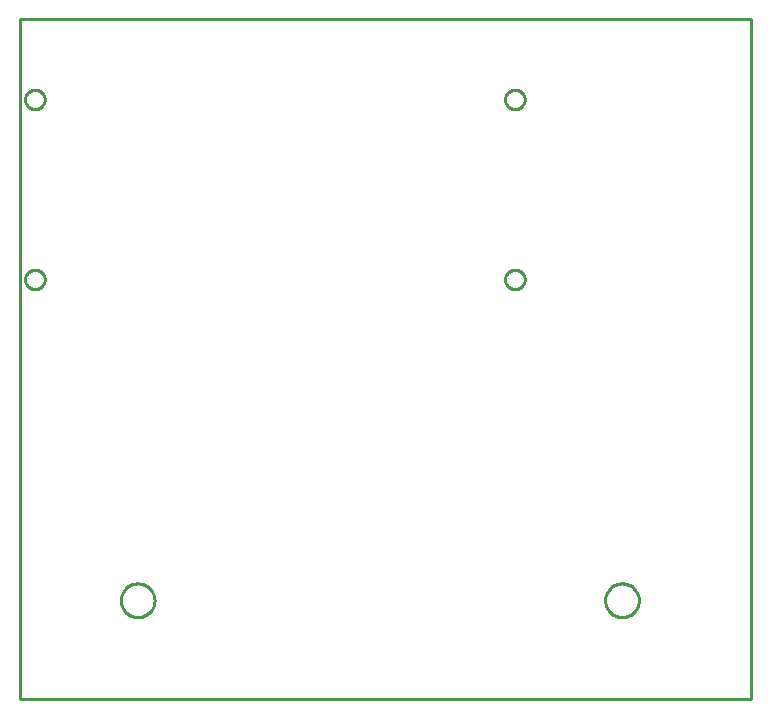
<source format=gbr>
G04 EAGLE Gerber X2 export*
%TF.Part,Single*%
%TF.FileFunction,Profile,NP*%
%TF.FilePolarity,Positive*%
%TF.GenerationSoftware,Autodesk,EAGLE,9.1.3*%
%TF.CreationDate,2020-03-05T03:51:44Z*%
G75*
%MOMM*%
%FSLAX34Y34*%
%LPD*%
%AMOC8*
5,1,8,0,0,1.08239X$1,22.5*%
G01*
%ADD10C,0.254000*%


D10*
X0Y-127000D02*
X619000Y-127000D01*
X619000Y449480D01*
X0Y449480D01*
X0Y-127000D01*
X419506Y236855D02*
X420313Y236776D01*
X421108Y236617D01*
X421884Y236382D01*
X422634Y236071D01*
X423349Y235689D01*
X424023Y235238D01*
X424650Y234724D01*
X425224Y234150D01*
X425738Y233523D01*
X426189Y232849D01*
X426571Y232134D01*
X426882Y231384D01*
X427117Y230608D01*
X427276Y229813D01*
X427355Y229006D01*
X427355Y228194D01*
X427276Y227387D01*
X427117Y226592D01*
X426882Y225816D01*
X426571Y225066D01*
X426189Y224351D01*
X425738Y223677D01*
X425224Y223050D01*
X424650Y222476D01*
X424023Y221962D01*
X423349Y221511D01*
X422634Y221129D01*
X421884Y220818D01*
X421108Y220583D01*
X420313Y220425D01*
X419506Y220345D01*
X418694Y220345D01*
X417887Y220425D01*
X417092Y220583D01*
X416316Y220818D01*
X415566Y221129D01*
X414851Y221511D01*
X414177Y221962D01*
X413550Y222476D01*
X412976Y223050D01*
X412462Y223677D01*
X412011Y224351D01*
X411629Y225066D01*
X411318Y225816D01*
X411083Y226592D01*
X410925Y227387D01*
X410845Y228194D01*
X410845Y229006D01*
X410925Y229813D01*
X411083Y230608D01*
X411318Y231384D01*
X411629Y232134D01*
X412011Y232849D01*
X412462Y233523D01*
X412976Y234150D01*
X413550Y234724D01*
X414177Y235238D01*
X414851Y235689D01*
X415566Y236071D01*
X416316Y236382D01*
X417092Y236617D01*
X417887Y236776D01*
X418694Y236855D01*
X419506Y236855D01*
X419506Y389255D02*
X420313Y389176D01*
X421108Y389017D01*
X421884Y388782D01*
X422634Y388471D01*
X423349Y388089D01*
X424023Y387638D01*
X424650Y387124D01*
X425224Y386550D01*
X425738Y385923D01*
X426189Y385249D01*
X426571Y384534D01*
X426882Y383784D01*
X427117Y383008D01*
X427276Y382213D01*
X427355Y381406D01*
X427355Y380594D01*
X427276Y379787D01*
X427117Y378992D01*
X426882Y378216D01*
X426571Y377466D01*
X426189Y376751D01*
X425738Y376077D01*
X425224Y375450D01*
X424650Y374876D01*
X424023Y374362D01*
X423349Y373911D01*
X422634Y373529D01*
X421884Y373218D01*
X421108Y372983D01*
X420313Y372825D01*
X419506Y372745D01*
X418694Y372745D01*
X417887Y372825D01*
X417092Y372983D01*
X416316Y373218D01*
X415566Y373529D01*
X414851Y373911D01*
X414177Y374362D01*
X413550Y374876D01*
X412976Y375450D01*
X412462Y376077D01*
X412011Y376751D01*
X411629Y377466D01*
X411318Y378216D01*
X411083Y378992D01*
X410925Y379787D01*
X410845Y380594D01*
X410845Y381406D01*
X410925Y382213D01*
X411083Y383008D01*
X411318Y383784D01*
X411629Y384534D01*
X412011Y385249D01*
X412462Y385923D01*
X412976Y386550D01*
X413550Y387124D01*
X414177Y387638D01*
X414851Y388089D01*
X415566Y388471D01*
X416316Y388782D01*
X417092Y389017D01*
X417887Y389176D01*
X418694Y389255D01*
X419506Y389255D01*
X13106Y389255D02*
X13913Y389176D01*
X14708Y389017D01*
X15484Y388782D01*
X16234Y388471D01*
X16949Y388089D01*
X17623Y387638D01*
X18250Y387124D01*
X18824Y386550D01*
X19338Y385923D01*
X19789Y385249D01*
X20171Y384534D01*
X20482Y383784D01*
X20717Y383008D01*
X20876Y382213D01*
X20955Y381406D01*
X20955Y380594D01*
X20876Y379787D01*
X20717Y378992D01*
X20482Y378216D01*
X20171Y377466D01*
X19789Y376751D01*
X19338Y376077D01*
X18824Y375450D01*
X18250Y374876D01*
X17623Y374362D01*
X16949Y373911D01*
X16234Y373529D01*
X15484Y373218D01*
X14708Y372983D01*
X13913Y372825D01*
X13106Y372745D01*
X12294Y372745D01*
X11487Y372825D01*
X10692Y372983D01*
X9916Y373218D01*
X9166Y373529D01*
X8451Y373911D01*
X7777Y374362D01*
X7150Y374876D01*
X6576Y375450D01*
X6062Y376077D01*
X5611Y376751D01*
X5229Y377466D01*
X4918Y378216D01*
X4683Y378992D01*
X4525Y379787D01*
X4445Y380594D01*
X4445Y381406D01*
X4525Y382213D01*
X4683Y383008D01*
X4918Y383784D01*
X5229Y384534D01*
X5611Y385249D01*
X6062Y385923D01*
X6576Y386550D01*
X7150Y387124D01*
X7777Y387638D01*
X8451Y388089D01*
X9166Y388471D01*
X9916Y388782D01*
X10692Y389017D01*
X11487Y389176D01*
X12294Y389255D01*
X13106Y389255D01*
X13106Y236855D02*
X13913Y236776D01*
X14708Y236617D01*
X15484Y236382D01*
X16234Y236071D01*
X16949Y235689D01*
X17623Y235238D01*
X18250Y234724D01*
X18824Y234150D01*
X19338Y233523D01*
X19789Y232849D01*
X20171Y232134D01*
X20482Y231384D01*
X20717Y230608D01*
X20876Y229813D01*
X20955Y229006D01*
X20955Y228194D01*
X20876Y227387D01*
X20717Y226592D01*
X20482Y225816D01*
X20171Y225066D01*
X19789Y224351D01*
X19338Y223677D01*
X18824Y223050D01*
X18250Y222476D01*
X17623Y221962D01*
X16949Y221511D01*
X16234Y221129D01*
X15484Y220818D01*
X14708Y220583D01*
X13913Y220425D01*
X13106Y220345D01*
X12294Y220345D01*
X11487Y220425D01*
X10692Y220583D01*
X9916Y220818D01*
X9166Y221129D01*
X8451Y221511D01*
X7777Y221962D01*
X7150Y222476D01*
X6576Y223050D01*
X6062Y223677D01*
X5611Y224351D01*
X5229Y225066D01*
X4918Y225816D01*
X4683Y226592D01*
X4525Y227387D01*
X4445Y228194D01*
X4445Y229006D01*
X4525Y229813D01*
X4683Y230608D01*
X4918Y231384D01*
X5229Y232134D01*
X5611Y232849D01*
X6062Y233523D01*
X6576Y234150D01*
X7150Y234724D01*
X7777Y235238D01*
X8451Y235689D01*
X9166Y236071D01*
X9916Y236382D01*
X10692Y236617D01*
X11487Y236776D01*
X12294Y236855D01*
X13106Y236855D01*
X114050Y-43609D02*
X113977Y-44624D01*
X113833Y-45632D01*
X113616Y-46626D01*
X113329Y-47603D01*
X112974Y-48557D01*
X112551Y-49483D01*
X112063Y-50376D01*
X111513Y-51232D01*
X110903Y-52047D01*
X110236Y-52816D01*
X109516Y-53536D01*
X108747Y-54203D01*
X107932Y-54813D01*
X107076Y-55363D01*
X106183Y-55851D01*
X105257Y-56274D01*
X104303Y-56629D01*
X103326Y-56916D01*
X102332Y-57133D01*
X101324Y-57277D01*
X100309Y-57350D01*
X99291Y-57350D01*
X98276Y-57277D01*
X97268Y-57133D01*
X96274Y-56916D01*
X95297Y-56629D01*
X94343Y-56274D01*
X93417Y-55851D01*
X92524Y-55363D01*
X91668Y-54813D01*
X90853Y-54203D01*
X90084Y-53536D01*
X89364Y-52816D01*
X88697Y-52047D01*
X88087Y-51232D01*
X87537Y-50376D01*
X87049Y-49483D01*
X86626Y-48557D01*
X86271Y-47603D01*
X85984Y-46626D01*
X85767Y-45632D01*
X85623Y-44624D01*
X85550Y-43609D01*
X85550Y-42591D01*
X85623Y-41576D01*
X85767Y-40568D01*
X85984Y-39574D01*
X86271Y-38597D01*
X86626Y-37643D01*
X87049Y-36717D01*
X87537Y-35824D01*
X88087Y-34968D01*
X88697Y-34153D01*
X89364Y-33384D01*
X90084Y-32664D01*
X90853Y-31997D01*
X91668Y-31387D01*
X92524Y-30837D01*
X93417Y-30349D01*
X94343Y-29926D01*
X95297Y-29571D01*
X96274Y-29284D01*
X97268Y-29067D01*
X98276Y-28923D01*
X99291Y-28850D01*
X100309Y-28850D01*
X101324Y-28923D01*
X102332Y-29067D01*
X103326Y-29284D01*
X104303Y-29571D01*
X105257Y-29926D01*
X106183Y-30349D01*
X107076Y-30837D01*
X107932Y-31387D01*
X108747Y-31997D01*
X109516Y-32664D01*
X110236Y-33384D01*
X110903Y-34153D01*
X111513Y-34968D01*
X112063Y-35824D01*
X112551Y-36717D01*
X112974Y-37643D01*
X113329Y-38597D01*
X113616Y-39574D01*
X113833Y-40568D01*
X113977Y-41576D01*
X114050Y-42591D01*
X114050Y-43609D01*
X524050Y-43609D02*
X523977Y-44624D01*
X523833Y-45632D01*
X523616Y-46626D01*
X523329Y-47603D01*
X522974Y-48557D01*
X522551Y-49483D01*
X522063Y-50376D01*
X521513Y-51232D01*
X520903Y-52047D01*
X520236Y-52816D01*
X519516Y-53536D01*
X518747Y-54203D01*
X517932Y-54813D01*
X517076Y-55363D01*
X516183Y-55851D01*
X515257Y-56274D01*
X514303Y-56629D01*
X513326Y-56916D01*
X512332Y-57133D01*
X511324Y-57277D01*
X510309Y-57350D01*
X509291Y-57350D01*
X508276Y-57277D01*
X507268Y-57133D01*
X506274Y-56916D01*
X505297Y-56629D01*
X504343Y-56274D01*
X503417Y-55851D01*
X502524Y-55363D01*
X501668Y-54813D01*
X500853Y-54203D01*
X500084Y-53536D01*
X499364Y-52816D01*
X498697Y-52047D01*
X498087Y-51232D01*
X497537Y-50376D01*
X497049Y-49483D01*
X496626Y-48557D01*
X496271Y-47603D01*
X495984Y-46626D01*
X495767Y-45632D01*
X495623Y-44624D01*
X495550Y-43609D01*
X495550Y-42591D01*
X495623Y-41576D01*
X495767Y-40568D01*
X495984Y-39574D01*
X496271Y-38597D01*
X496626Y-37643D01*
X497049Y-36717D01*
X497537Y-35824D01*
X498087Y-34968D01*
X498697Y-34153D01*
X499364Y-33384D01*
X500084Y-32664D01*
X500853Y-31997D01*
X501668Y-31387D01*
X502524Y-30837D01*
X503417Y-30349D01*
X504343Y-29926D01*
X505297Y-29571D01*
X506274Y-29284D01*
X507268Y-29067D01*
X508276Y-28923D01*
X509291Y-28850D01*
X510309Y-28850D01*
X511324Y-28923D01*
X512332Y-29067D01*
X513326Y-29284D01*
X514303Y-29571D01*
X515257Y-29926D01*
X516183Y-30349D01*
X517076Y-30837D01*
X517932Y-31387D01*
X518747Y-31997D01*
X519516Y-32664D01*
X520236Y-33384D01*
X520903Y-34153D01*
X521513Y-34968D01*
X522063Y-35824D01*
X522551Y-36717D01*
X522974Y-37643D01*
X523329Y-38597D01*
X523616Y-39574D01*
X523833Y-40568D01*
X523977Y-41576D01*
X524050Y-42591D01*
X524050Y-43609D01*
M02*

</source>
